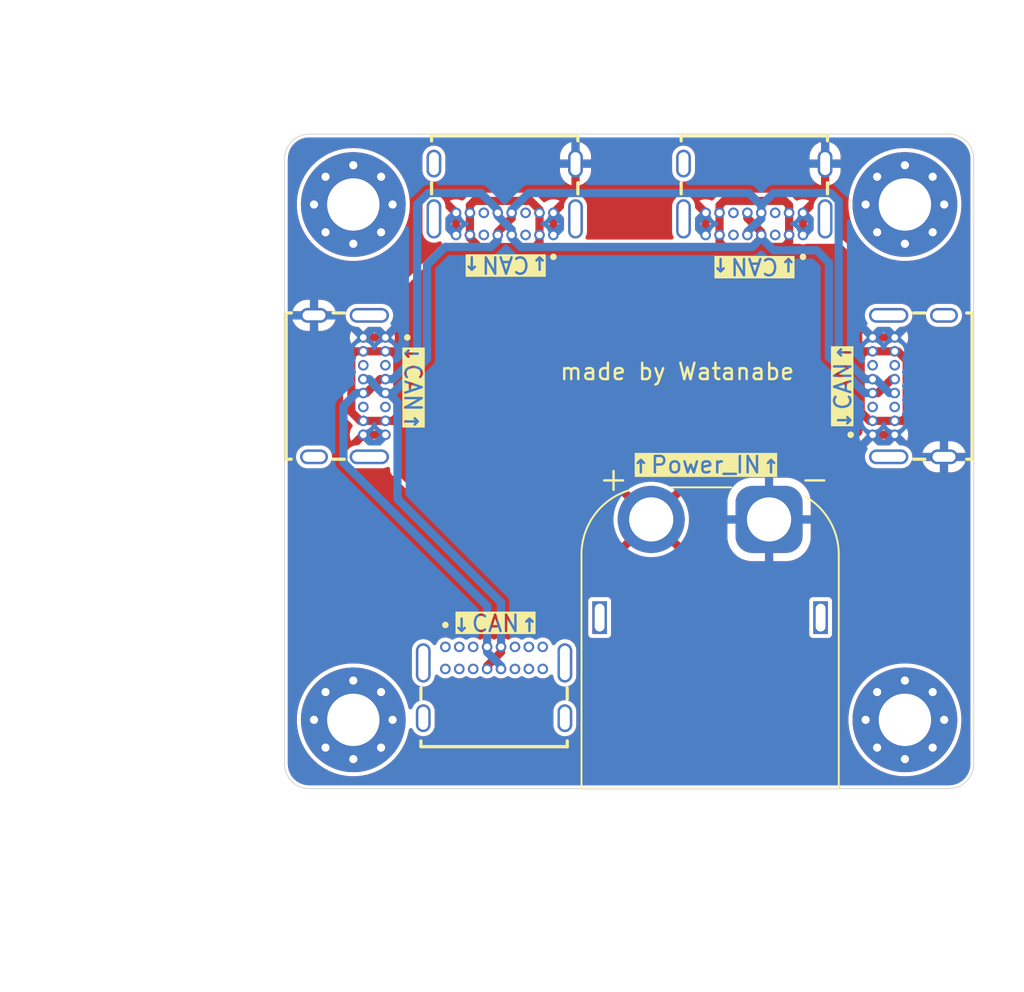
<source format=kicad_pcb>
(kicad_pcb (version 20241229) (generator "pcbnew") (generator_version "9.0")
  (layers (0 "F.Cu" signal) (2 "B.Cu" signal) (13 "F.Paste" user) (15 "B.Paste" user) (5 "F.SilkS" user "F.Silkscreen") (7 "B.SilkS" user "B.Silkscreen") (1 "F.Mask" user) (3 "B.Mask" user) (25 "Edge.Cuts" user))
  (net 0 "")
  (net 2 "+24V")
  (net 4 "GND")
  (net 24 "CAN_L")
  (net 25 "CAN_H")
  (footprint "MountingHole:MountingHole_3.2mm_M3_Pad_Via" (layer "F.Cu") (at 179.6 47.5)
    (property "Reference" "H1" (hide yes))
    (property "Value" "MountingHole_Pad" (hide yes))
    (pad "1" thru_hole circle (at -2.4 0) (size 0.8 0.8) (drill 0.5) (layers "*.Cu" "*.Mask"))
    (pad "1" thru_hole circle (at -1.697056 -1.697056) (size 0.8 0.8) (drill 0.5) (layers "*.Cu" "*.Mask"))
    (pad "1" thru_hole circle (at -1.697056 1.697056) (size 0.8 0.8) (drill 0.5) (layers "*.Cu" "*.Mask"))
    (pad "1" thru_hole circle (at 0 -2.4) (size 0.8 0.8) (drill 0.5) (layers "*.Cu" "*.Mask"))
    (pad "1" thru_hole circle (at 0 0) (size 6.4 6.4) (drill 3.2) (layers "*.Cu" "*.Mask"))
    (pad "1" thru_hole circle (at 0 2.4) (size 0.8 0.8) (drill 0.5) (layers "*.Cu" "*.Mask"))
    (pad "1" thru_hole circle (at 1.697056 -1.697056) (size 0.8 0.8) (drill 0.5) (layers "*.Cu" "*.Mask"))
    (pad "1" thru_hole circle (at 1.697056 1.697056) (size 0.8 0.8) (drill 0.5) (layers "*.Cu" "*.Mask"))
    (pad "1" thru_hole circle (at 2.4 0) (size 0.8 0.8) (drill 0.5) (layers "*.Cu" "*.Mask"))
  )
  (footprint "Connector_AMASS:AMASS_XT60PW-M_1x02_P7.20mm_Horizontal" (layer "F.Cu") (at 171.3 66.75 180)
    (property "Reference" "J6" (hide yes))
    (property "Value" "Conn_01x02_Pin" (hide yes))
    (fp_line (start 11.46 -16.46) (end 11.46 -2.15) (stroke (width 0.12)) (layer "F.SilkS"))
    (fp_line (start 2.31 1.96) (end 6.05 1.96) (stroke (width 0.12)) (layer "F.SilkS"))
    (fp_line (start -4.26 -16.46) (end 11.46 -16.46) (stroke (width 0.12)) (layer "F.SilkS"))
    (fp_line (start -4.26 -16.46) (end -4.26 -2.15) (stroke (width 0.12)) (layer "F.SilkS"))
    (fp_arc (start 11.46 -2.15) (mid 10.653852 0.294722) (end 8.551648 1.780413) (stroke (width 0.12)) (layer "F.SilkS"))
    (fp_arc (start -2.266806 1.372958) (mid -3.727162 -0.126139) (end -4.26 -2.15) (stroke (width 0.12)) (layer "F.SilkS"))
    (fp_text user "+" (at 9.5 2.5 0) (layer "F.SilkS") (effects (font (size 1.5 1.5))))
    (fp_text user "-" (at -2.8 2.5 0) (layer "F.SilkS") (effects (font (size 1.5 1.5))))
    (pad "" thru_hole rect (at -3.15 -6 180) (size 0.9 2) (drill oval 0.6 1.7) (layers "*.Cu" "*.Mask"))
    (pad "" thru_hole rect (at 10.35 -6 180) (size 0.9 2) (drill oval 0.6 1.7) (layers "*.Cu" "*.Mask"))
    (pad "1" thru_hole roundrect (at 0 0 180) (size 4.1 4.1) (drill 2.7) (layers "*.Cu" "*.Mask") (net 4 "GND"))
    (pad "2" thru_hole circle (at 7.2 0 180) (size 4.1 4.1) (drill 2.7) (layers "*.Cu" "*.Mask") (net 2 "+24V"))
  )
  (footprint "my_parts:GCT_USB4085-GF-A_REVB" (layer "F.Cu") (at 143.5 58.6 -90)
    (property "Reference" "J4" (hide yes))
    (property "Value" "USB_C_Receptacle_USB2.0_16P" (hide yes))
    (fp_line (start -4.47 1.74) (end 4.47 1.74) (stroke (width 0.2)) (layer "F.SilkS"))
    (fp_line (start 4.47 1.74) (end 4.47 1.39) (stroke (width 0.2)) (layer "F.SilkS"))
    (fp_line (start -4.47 1.39) (end -4.47 1.74) (stroke (width 0.2)) (layer "F.SilkS"))
    (fp_line (start -4.47 -1.85) (end -4.47 -1.17) (stroke (width 0.2)) (layer "F.SilkS"))
    (fp_line (start 4.47 -1.85) (end 4.47 -1.17) (stroke (width 0.2)) (layer "F.SilkS"))
    (fp_circle (center -2.975 -5.7) (end -2.875 -5.7) (stroke (width 0.2)) (fill no) (layer "F.SilkS"))
    (pad "A1" thru_hole circle (at -2.975 -4.36 270) (size 0.65 0.65) (drill 0.4) (layers "*.Cu" "*.Mask") (net 4 "GND"))
    (pad "A4" thru_hole circle (at -2.125 -4.36 270) (size 0.65 0.65) (drill 0.4) (layers "*.Cu" "*.Mask") (net 2 "+24V"))
    (pad "A5" thru_hole circle (at -1.275 -4.36 270) (size 0.65 0.65) (drill 0.4) (layers "*.Cu" "*.Mask"))
    (pad "A6" thru_hole circle (at -0.425 -4.36 270) (size 0.65 0.65) (drill 0.4) (layers "*.Cu" "*.Mask") (net 24 "CAN_L"))
    (pad "A7" thru_hole circle (at 0.425 -4.36 270) (size 0.65 0.65) (drill 0.4) (layers "*.Cu" "*.Mask") (net 25 "CAN_H"))
    (pad "A8" thru_hole circle (at 1.275 -4.36 270) (size 0.65 0.65) (drill 0.4) (layers "*.Cu" "*.Mask"))
    (pad "A9" thru_hole circle (at 2.125 -4.36 270) (size 0.65 0.65) (drill 0.4) (layers "*.Cu" "*.Mask") (net 2 "+24V"))
    (pad "A12" thru_hole circle (at 2.975 -4.36 270) (size 0.65 0.65) (drill 0.4) (layers "*.Cu" "*.Mask") (net 4 "GND"))
    (pad "B1" thru_hole circle (at 2.975 -3.01 270) (size 0.65 0.65) (drill 0.4) (layers "*.Cu" "*.Mask") (net 4 "GND"))
    (pad "B4" thru_hole circle (at 2.125 -3.01 270) (size 0.65 0.65) (drill 0.4) (layers "*.Cu" "*.Mask") (net 2 "+24V"))
    (pad "B5" thru_hole circle (at 1.275 -3.01 270) (size 0.65 0.65) (drill 0.4) (layers "*.Cu" "*.Mask"))
    (pad "B6" thru_hole circle (at 0.425 -3.01 270) (size 0.65 0.65) (drill 0.4) (layers "*.Cu" "*.Mask") (net 24 "CAN_L"))
    (pad "B7" thru_hole circle (at -0.425 -3.01 270) (size 0.65 0.65) (drill 0.4) (layers "*.Cu" "*.Mask") (net 25 "CAN_H"))
    (pad "B8" thru_hole circle (at -1.275 -3.01 270) (size 0.65 0.65) (drill 0.4) (layers "*.Cu" "*.Mask"))
    (pad "B9" thru_hole circle (at -2.125 -3.01 270) (size 0.65 0.65) (drill 0.4) (layers "*.Cu" "*.Mask") (net 2 "+24V"))
    (pad "B12" thru_hole circle (at -2.975 -3.01 270) (size 0.65 0.65) (drill 0.4) (layers "*.Cu" "*.Mask") (net 4 "GND"))
    (pad "S1" thru_hole oval (at -4.325 0 270) (size 0.9 1.7) (drill oval 0.6 1.4) (layers "*.Cu" "*.Mask") (net 4 "GND"))
    (pad "S2" thru_hole oval (at 4.325 0 270) (size 0.9 1.7) (drill oval 0.6 1.4) (layers "*.Cu" "*.Mask"))
    (pad "S3" thru_hole oval (at -4.325 -3.38 270) (size 0.9 2.4) (drill oval 0.6 2.1) (layers "*.Cu" "*.Mask"))
    (pad "S4" thru_hole oval (at 4.325 -3.38 270) (size 0.9 2.4) (drill oval 0.6 2.1) (layers "*.Cu" "*.Mask"))
  )
  (footprint "MountingHole:MountingHole_3.2mm_M3_Pad_Via" (layer "F.Cu") (at 179.6 79)
    (property "Reference" "H4" (hide yes))
    (property "Value" "MountingHole_Pad" (hide yes))
    (pad "1" thru_hole circle (at -2.4 0) (size 0.8 0.8) (drill 0.5) (layers "*.Cu" "*.Mask"))
    (pad "1" thru_hole circle (at -1.697056 -1.697056) (size 0.8 0.8) (drill 0.5) (layers "*.Cu" "*.Mask"))
    (pad "1" thru_hole circle (at -1.697056 1.697056) (size 0.8 0.8) (drill 0.5) (layers "*.Cu" "*.Mask"))
    (pad "1" thru_hole circle (at 0 -2.4) (size 0.8 0.8) (drill 0.5) (layers "*.Cu" "*.Mask"))
    (pad "1" thru_hole circle (at 0 0) (size 6.4 6.4) (drill 3.2) (layers "*.Cu" "*.Mask"))
    (pad "1" thru_hole circle (at 0 2.4) (size 0.8 0.8) (drill 0.5) (layers "*.Cu" "*.Mask"))
    (pad "1" thru_hole circle (at 1.697056 -1.697056) (size 0.8 0.8) (drill 0.5) (layers "*.Cu" "*.Mask"))
    (pad "1" thru_hole circle (at 1.697056 1.697056) (size 0.8 0.8) (drill 0.5) (layers "*.Cu" "*.Mask"))
    (pad "1" thru_hole circle (at 2.4 0) (size 0.8 0.8) (drill 0.5) (layers "*.Cu" "*.Mask"))
  )
  (footprint "MountingHole:MountingHole_3.2mm_M3_Pad_Via" (layer "F.Cu") (at 145.9 47.5)
    (property "Reference" "H2" (hide yes))
    (property "Value" "MountingHole_Pad" (hide yes))
    (pad "1" thru_hole circle (at -2.4 0) (size 0.8 0.8) (drill 0.5) (layers "*.Cu" "*.Mask"))
    (pad "1" thru_hole circle (at -1.697056 -1.697056) (size 0.8 0.8) (drill 0.5) (layers "*.Cu" "*.Mask"))
    (pad "1" thru_hole circle (at -1.697056 1.697056) (size 0.8 0.8) (drill 0.5) (layers "*.Cu" "*.Mask"))
    (pad "1" thru_hole circle (at 0 -2.4) (size 0.8 0.8) (drill 0.5) (layers "*.Cu" "*.Mask"))
    (pad "1" thru_hole circle (at 0 0) (size 6.4 6.4) (drill 3.2) (layers "*.Cu" "*.Mask"))
    (pad "1" thru_hole circle (at 0 2.4) (size 0.8 0.8) (drill 0.5) (layers "*.Cu" "*.Mask"))
    (pad "1" thru_hole circle (at 1.697056 -1.697056) (size 0.8 0.8) (drill 0.5) (layers "*.Cu" "*.Mask"))
    (pad "1" thru_hole circle (at 1.697056 1.697056) (size 0.8 0.8) (drill 0.5) (layers "*.Cu" "*.Mask"))
    (pad "1" thru_hole circle (at 2.4 0) (size 0.8 0.8) (drill 0.5) (layers "*.Cu" "*.Mask"))
  )
  (footprint "MountingHole:MountingHole_3.2mm_M3_Pad_Via" (layer "F.Cu") (at 145.9 79)
    (property "Reference" "H3" (hide yes))
    (property "Value" "MountingHole_Pad" (hide yes))
    (pad "1" thru_hole circle (at -2.4 0) (size 0.8 0.8) (drill 0.5) (layers "*.Cu" "*.Mask"))
    (pad "1" thru_hole circle (at -1.697056 -1.697056) (size 0.8 0.8) (drill 0.5) (layers "*.Cu" "*.Mask"))
    (pad "1" thru_hole circle (at -1.697056 1.697056) (size 0.8 0.8) (drill 0.5) (layers "*.Cu" "*.Mask"))
    (pad "1" thru_hole circle (at 0 -2.4) (size 0.8 0.8) (drill 0.5) (layers "*.Cu" "*.Mask"))
    (pad "1" thru_hole circle (at 0 0) (size 6.4 6.4) (drill 3.2) (layers "*.Cu" "*.Mask"))
    (pad "1" thru_hole circle (at 0 2.4) (size 0.8 0.8) (drill 0.5) (layers "*.Cu" "*.Mask"))
    (pad "1" thru_hole circle (at 1.697056 -1.697056) (size 0.8 0.8) (drill 0.5) (layers "*.Cu" "*.Mask"))
    (pad "1" thru_hole circle (at 1.697056 1.697056) (size 0.8 0.8) (drill 0.5) (layers "*.Cu" "*.Mask"))
    (pad "1" thru_hole circle (at 2.4 0) (size 0.8 0.8) (drill 0.5) (layers "*.Cu" "*.Mask"))
  )
  (footprint "my_parts:GCT_USB4085-GF-A_REVB" (layer "F.Cu") (at 181.9875 58.6 90)
    (property "Reference" "J3" (hide yes))
    (property "Value" "USB_C_Receptacle_USB2.0_16P" (hide yes))
    (fp_line (start 4.47 -1.85) (end 4.47 -1.17) (stroke (width 0.2)) (layer "F.SilkS"))
    (fp_line (start -4.47 -1.85) (end -4.47 -1.17) (stroke (width 0.2)) (layer "F.SilkS"))
    (fp_line (start -4.47 1.39) (end -4.47 1.74) (stroke (width 0.2)) (layer "F.SilkS"))
    (fp_line (start 4.47 1.74) (end 4.47 1.39) (stroke (width 0.2)) (layer "F.SilkS"))
    (fp_line (start -4.47 1.74) (end 4.47 1.74) (stroke (width 0.2)) (layer "F.SilkS"))
    (fp_circle (center -2.975 -5.7) (end -2.875 -5.7) (stroke (width 0.2)) (fill no) (layer "F.SilkS"))
    (pad "A1" thru_hole circle (at -2.975 -4.36 90) (size 0.65 0.65) (drill 0.4) (layers "*.Cu" "*.Mask") (net 4 "GND"))
    (pad "A4" thru_hole circle (at -2.125 -4.36 90) (size 0.65 0.65) (drill 0.4) (layers "*.Cu" "*.Mask") (net 2 "+24V"))
    (pad "A5" thru_hole circle (at -1.275 -4.36 90) (size 0.65 0.65) (drill 0.4) (layers "*.Cu" "*.Mask"))
    (pad "A6" thru_hole circle (at -0.425 -4.36 90) (size 0.65 0.65) (drill 0.4) (layers "*.Cu" "*.Mask") (net 24 "CAN_L"))
    (pad "A7" thru_hole circle (at 0.425 -4.36 90) (size 0.65 0.65) (drill 0.4) (layers "*.Cu" "*.Mask") (net 25 "CAN_H"))
    (pad "A8" thru_hole circle (at 1.275 -4.36 90) (size 0.65 0.65) (drill 0.4) (layers "*.Cu" "*.Mask"))
    (pad "A9" thru_hole circle (at 2.125 -4.36 90) (size 0.65 0.65) (drill 0.4) (layers "*.Cu" "*.Mask") (net 2 "+24V"))
    (pad "A12" thru_hole circle (at 2.975 -4.36 90) (size 0.65 0.65) (drill 0.4) (layers "*.Cu" "*.Mask") (net 4 "GND"))
    (pad "B1" thru_hole circle (at 2.975 -3.01 90) (size 0.65 0.65) (drill 0.4) (layers "*.Cu" "*.Mask") (net 4 "GND"))
    (pad "B4" thru_hole circle (at 2.125 -3.01 90) (size 0.65 0.65) (drill 0.4) (layers "*.Cu" "*.Mask") (net 2 "+24V"))
    (pad "B5" thru_hole circle (at 1.275 -3.01 90) (size 0.65 0.65) (drill 0.4) (layers "*.Cu" "*.Mask"))
    (pad "B6" thru_hole circle (at 0.425 -3.01 90) (size 0.65 0.65) (drill 0.4) (layers "*.Cu" "*.Mask") (net 24 "CAN_L"))
    (pad "B7" thru_hole circle (at -0.425 -3.01 90) (size 0.65 0.65) (drill 0.4) (layers "*.Cu" "*.Mask") (net 25 "CAN_H"))
    (pad "B8" thru_hole circle (at -1.275 -3.01 90) (size 0.65 0.65) (drill 0.4) (layers "*.Cu" "*.Mask"))
    (pad "B9" thru_hole circle (at -2.125 -3.01 90) (size 0.65 0.65) (drill 0.4) (layers "*.Cu" "*.Mask") (net 2 "+24V"))
    (pad "B12" thru_hole circle (at -2.975 -3.01 90) (size 0.65 0.65) (drill 0.4) (layers "*.Cu" "*.Mask") (net 4 "GND"))
    (pad "S1" thru_hole oval (at -4.325 0 90) (size 0.9 1.7) (drill oval 0.6 1.4) (layers "*.Cu" "*.Mask") (net 4 "GND"))
    (pad "S2" thru_hole oval (at 4.325 0 90) (size 0.9 1.7) (drill oval 0.6 1.4) (layers "*.Cu" "*.Mask"))
    (pad "S3" thru_hole oval (at -4.325 -3.38 90) (size 0.9 2.4) (drill oval 0.6 2.1) (layers "*.Cu" "*.Mask"))
    (pad "S4" thru_hole oval (at 4.325 -3.38 90) (size 0.9 2.4) (drill oval 0.6 2.1) (layers "*.Cu" "*.Mask"))
  )
  (footprint "my_parts:GCT_USB4085-GF-A_REVB" (layer "F.Cu") (at 154.5 78.9)
    (property "Reference" "J5" (hide yes))
    (property "Value" "USB_C_Receptacle_USB2.0_16P" (hide yes))
    (fp_line (start -4.47 -1.85) (end -4.47 -1.17) (stroke (width 0.2)) (layer "F.SilkS"))
    (fp_line (start -4.47 1.39) (end -4.47 1.74) (stroke (width 0.2)) (layer "F.SilkS"))
    (fp_line (start -4.47 1.74) (end 4.47 1.74) (stroke (width 0.2)) (layer "F.SilkS"))
    (fp_line (start 4.47 -1.85) (end 4.47 -1.17) (stroke (width 0.2)) (layer "F.SilkS"))
    (fp_line (start 4.47 1.74) (end 4.47 1.39) (stroke (width 0.2)) (layer "F.SilkS"))
    (fp_circle (center -2.975 -5.7) (end -2.875 -5.7) (stroke (width 0.2)) (fill no) (layer "F.SilkS"))
    (pad "A1" thru_hole circle (at -2.975 -4.36) (size 0.65 0.65) (drill 0.4) (layers "*.Cu" "*.Mask"))
    (pad "A4" thru_hole circle (at -2.125 -4.36) (size 0.65 0.65) (drill 0.4) (layers "*.Cu" "*.Mask"))
    (pad "A5" thru_hole circle (at -1.275 -4.36) (size 0.65 0.65) (drill 0.4) (layers "*.Cu" "*.Mask"))
    (pad "A6" thru_hole circle (at -0.425 -4.36) (size 0.65 0.65) (drill 0.4) (layers "*.Cu" "*.Mask") (net 24 "CAN_L"))
    (pad "A7" thru_hole circle (at 0.425 -4.36) (size 0.65 0.65) (drill 0.4) (layers "*.Cu" "*.Mask") (net 25 "CAN_H"))
    (pad "A8" thru_hole circle (at 1.275 -4.36) (size 0.65 0.65) (drill 0.4) (layers "*.Cu" "*.Mask"))
    (pad "A9" thru_hole circle (at 2.125 -4.36) (size 0.65 0.65) (drill 0.4) (layers "*.Cu" "*.Mask"))
    (pad "A12" thru_hole circle (at 2.975 -4.36) (size 0.65 0.65) (drill 0.4) (layers "*.Cu" "*.Mask"))
    (pad "B1" thru_hole circle (at 2.975 -3.01) (size 0.65 0.65) (drill 0.4) (layers "*.Cu" "*.Mask"))
    (pad "B4" thru_hole circle (at 2.125 -3.01) (size 0.65 0.65) (drill 0.4) (layers "*.Cu" "*.Mask"))
    (pad "B5" thru_hole circle (at 1.275 -3.01) (size 0.65 0.65) (drill 0.4) (layers "*.Cu" "*.Mask"))
    (pad "B6" thru_hole circle (at 0.425 -3.01) (size 0.65 0.65) (drill 0.4) (layers "*.Cu" "*.Mask") (net 24 "CAN_L"))
    (pad "B7" thru_hole circle (at -0.425 -3.01) (size 0.65 0.65) (drill 0.4) (layers "*.Cu" "*.Mask") (net 25 "CAN_H"))
    (pad "B8" thru_hole circle (at -1.275 -3.01) (size 0.65 0.65) (drill 0.4) (layers "*.Cu" "*.Mask"))
    (pad "B9" thru_hole circle (at -2.125 -3.01) (size 0.65 0.65) (drill 0.4) (layers "*.Cu" "*.Mask"))
    (pad "B12" thru_hole circle (at -2.975 -3.01) (size 0.65 0.65) (drill 0.4) (layers "*.Cu" "*.Mask"))
    (pad "S1" thru_hole oval (at -4.325 0) (size 0.9 1.7) (drill oval 0.6 1.4) (layers "*.Cu" "*.Mask"))
    (pad "S2" thru_hole oval (at 4.325 0) (size 0.9 1.7) (drill oval 0.6 1.4) (layers "*.Cu" "*.Mask"))
    (pad "S3" thru_hole oval (at -4.325 -3.38) (size 0.9 2.4) (drill oval 0.6 2.1) (layers "*.Cu" "*.Mask"))
    (pad "S4" thru_hole oval (at 4.325 -3.38) (size 0.9 2.4) (drill oval 0.6 2.1) (layers "*.Cu" "*.Mask"))
  )
  (footprint "my_parts:GCT_USB4085-GF-A_REVB" (layer "F.Cu") (at 170.4 45 180)
    (property "Reference" "J2" (hide yes))
    (property "Value" "USB_C_Receptacle_USB2.0_16P" (hide yes))
    (fp_line (start 4.47 1.74) (end 4.47 1.39) (stroke (width 0.2)) (layer "F.SilkS"))
    (fp_line (start 4.47 -1.85) (end 4.47 -1.17) (stroke (width 0.2)) (layer "F.SilkS"))
    (fp_line (start -4.47 1.74) (end 4.47 1.74) (stroke (width 0.2)) (layer "F.SilkS"))
    (fp_line (start -4.47 1.39) (end -4.47 1.74) (stroke (width 0.2)) (layer "F.SilkS"))
    (fp_line (start -4.47 -1.85) (end -4.47 -1.17) (stroke (width 0.2)) (layer "F.SilkS"))
    (fp_circle (center -2.975 -5.7) (end -2.875 -5.7) (stroke (width 0.2)) (fill no) (layer "F.SilkS"))
    (pad "A1" thru_hole circle (at -2.975 -4.36 180) (size 0.65 0.65) (drill 0.4) (layers "*.Cu" "*.Mask") (net 4 "GND"))
    (pad "A4" thru_hole circle (at -2.125 -4.36 180) (size 0.65 0.65) (drill 0.4) (layers "*.Cu" "*.Mask") (net 2 "+24V"))
    (pad "A5" thru_hole circle (at -1.275 -4.36 180) (size 0.65 0.65) (drill 0.4) (layers "*.Cu" "*.Mask"))
    (pad "A6" thru_hole circle (at -0.425 -4.36 180) (size 0.65 0.65) (drill 0.4) (layers "*.Cu" "*.Mask") (net 24 "CAN_L"))
    (pad "A7" thru_hole circle (at 0.425 -4.36 180) (size 0.65 0.65) (drill 0.4) (layers "*.Cu" "*.Mask") (net 25 "CAN_H"))
    (pad "A8" thru_hole circle (at 1.275 -4.36 180) (size 0.65 0.65) (drill 0.4) (layers "*.Cu" "*.Mask"))
    (pad "A9" thru_hole circle (at 2.125 -4.36 180) (size 0.65 0.65) (drill 0.4) (layers "*.Cu" "*.Mask") (net 2 "+24V"))
    (pad "A12" thru_hole circle (at 2.975 -4.36 180) (size 0.65 0.65) (drill 0.4) (layers "*.Cu" "*.Mask") (net 4 "GND"))
    (pad "B1" thru_hole circle (at 2.975 -3.01 180) (size 0.65 0.65) (drill 0.4) (layers "*.Cu" "*.Mask") (net 4 "GND"))
    (pad "B4" thru_hole circle (at 2.125 -3.01 180) (size 0.65 0.65) (drill 0.4) (layers "*.Cu" "*.Mask") (net 2 "+24V"))
    (pad "B5" thru_hole circle (at 1.275 -3.01 180) (size 0.65 0.65) (drill 0.4) (layers "*.Cu" "*.Mask"))
    (pad "B6" thru_hole circle (at 0.425 -3.01 180) (size 0.65 0.65) (drill 0.4) (layers "*.Cu" "*.Mask") (net 24 "CAN_L"))
    (pad "B7" thru_hole circle (at -0.425 -3.01 180) (size 0.65 0.65) (drill 0.4) (layers "*.Cu" "*.Mask") (net 25 "CAN_H"))
    (pad "B8" thru_hole circle (at -1.275 -3.01 180) (size 0.65 0.65) (drill 0.4) (layers "*.Cu" "*.Mask"))
    (pad "B9" thru_hole circle (at -2.125 -3.01 180) (size 0.65 0.65) (drill 0.4) (layers "*.Cu" "*.Mask") (net 2 "+24V"))
    (pad "B12" thru_hole circle (at -2.975 -3.01 180) (size 0.65 0.65) (drill 0.4) (layers "*.Cu" "*.Mask") (net 4 "GND"))
    (pad "S1" thru_hole oval (at -4.325 0 180) (size 0.9 1.7) (drill oval 0.6 1.4) (layers "*.Cu" "*.Mask") (net 4 "GND"))
    (pad "S2" thru_hole oval (at 4.325 0 180) (size 0.9 1.7) (drill oval 0.6 1.4) (layers "*.Cu" "*.Mask"))
    (pad "S3" thru_hole oval (at -4.325 -3.38 180) (size 0.9 2.4) (drill oval 0.6 2.1) (layers "*.Cu" "*.Mask"))
    (pad "S4" thru_hole oval (at 4.325 -3.38 180) (size 0.9 2.4) (drill oval 0.6 2.1) (layers "*.Cu" "*.Mask"))
  )
  (footprint "my_parts:GCT_USB4085-GF-A_REVB" (layer "F.Cu") (at 155.15 45 180)
    (property "Reference" "J1" (hide yes))
    (property "Value" "USB_C_Receptacle_USB2.0_16P" (hide yes))
    (fp_line (start 4.47 1.74) (end 4.47 1.39) (stroke (width 0.2)) (layer "F.SilkS"))
    (fp_line (start 4.47 -1.85) (end 4.47 -1.17) (stroke (width 0.2)) (layer "F.SilkS"))
    (fp_line (start -4.47 1.74) (end 4.47 1.74) (stroke (width 0.2)) (layer "F.SilkS"))
    (fp_line (start -4.47 1.39) (end -4.47 1.74) (stroke (width 0.2)) (layer "F.SilkS"))
    (fp_line (start -4.47 -1.85) (end -4.47 -1.17) (stroke (width 0.2)) (layer "F.SilkS"))
    (fp_circle (center -2.975 -5.7) (end -2.875 -5.7) (stroke (width 0.2)) (fill no) (layer "F.SilkS"))
    (pad "A1" thru_hole circle (at -2.975 -4.36 180) (size 0.65 0.65) (drill 0.4) (layers "*.Cu" "*.Mask") (net 4 "GND"))
    (pad "A4" thru_hole circle (at -2.125 -4.36 180) (size 0.65 0.65) (drill 0.4) (layers "*.Cu" "*.Mask") (net 2 "+24V"))
    (pad "A5" thru_hole circle (at -1.275 -4.36 180) (size 0.65 0.65) (drill 0.4) (layers "*.Cu" "*.Mask"))
    (pad "A6" thru_hole circle (at -0.425 -4.36 180) (size 0.65 0.65) (drill 0.4) (layers "*.Cu" "*.Mask") (net 24 "CAN_L"))
    (pad "A7" thru_hole circle (at 0.425 -4.36 180) (size 0.65 0.65) (drill 0.4) (layers "*.Cu" "*.Mask") (net 25 "CAN_H"))
    (pad "A8" thru_hole circle (at 1.275 -4.36 180) (size 0.65 0.65) (drill 0.4) (layers "*.Cu" "*.Mask"))
    (pad "A9" thru_hole circle (at 2.125 -4.36 180) (size 0.65 0.65) (drill 0.4) (layers "*.Cu" "*.Mask") (net 2 "+24V"))
    (pad "A12" thru_hole circle (at 2.975 -4.36 180) (size 0.65 0.65) (drill 0.4) (layers "*.Cu" "*.Mask") (net 4 "GND"))
    (pad "B1" thru_hole circle (at 2.975 -3.01 180) (size 0.65 0.65) (drill 0.4) (layers "*.Cu" "*.Mask") (net 4 "GND"))
    (pad "B4" thru_hole circle (at 2.125 -3.01 180) (size 0.65 0.65) (drill 0.4) (layers "*.Cu" "*.Mask") (net 2 "+24V"))
    (pad "B5" thru_hole circle (at 1.275 -3.01 180) (size 0.65 0.65) (drill 0.4) (layers "*.Cu" "*.Mask"))
    (pad "B6" thru_hole circle (at 0.425 -3.01 180) (size 0.65 0.65) (drill 0.4) (layers "*.Cu" "*.Mask") (net 24 "CAN_L"))
    (pad "B7" thru_hole circle (at -0.425 -3.01 180) (size 0.65 0.65) (drill 0.4) (layers "*.Cu" "*.Mask") (net 25 "CAN_H"))
    (pad "B8" thru_hole circle (at -1.275 -3.01 180) (size 0.65 0.65) (drill 0.4) (layers "*.Cu" "*.Mask"))
    (pad "B9" thru_hole circle (at -2.125 -3.01 180) (size 0.65 0.65) (drill 0.4) (layers "*.Cu" "*.Mask") (net 2 "+24V"))
    (pad "B12" thru_hole circle (at -2.975 -3.01 180) (size 0.65 0.65) (drill 0.4) (layers "*.Cu" "*.Mask") (net 4 "GND"))
    (pad "S1" thru_hole oval (at -4.325 0 180) (size 0.9 1.7) (drill oval 0.6 1.4) (layers "*.Cu" "*.Mask") (net 4 "GND"))
    (pad "S2" thru_hole oval (at 4.325 0 180) (size 0.9 1.7) (drill oval 0.6 1.4) (layers "*.Cu" "*.Mask"))
    (pad "S3" thru_hole oval (at -4.325 -3.38 180) (size 0.9 2.4) (drill oval 0.6 2.1) (layers "*.Cu" "*.Mask"))
    (pad "S4" thru_hole oval (at 4.325 -3.38 180) (size 0.9 2.4) (drill oval 0.6 2.1) (layers "*.Cu" "*.Mask"))
  )
  (gr_arc (start 141.702678 44.7) (mid 142.140286 43.642181) (end 143.19732 43.20268) (stroke (width 0.05)) (layer "Edge.Cuts"))
  (gr_line (start 182.3 83.2) (end 143.2 83.2) (stroke (width 0.05)) (layer "Edge.Cuts"))
  (gr_arc (start 183.8 81.7) (mid 183.36066 82.76066) (end 182.3 83.2) (stroke (width 0.05)) (layer "Edge.Cuts"))
  (gr_line (start 141.7 81.7) (end 141.7 44.7) (stroke (width 0.05)) (layer "Edge.Cuts"))
  (gr_arc (start 182.3 43.2) (mid 183.36066 43.63934) (end 183.8 44.7) (stroke (width 0.05)) (layer "Edge.Cuts"))
  (gr_arc (start 143.2 83.2) (mid 142.13934 82.76066) (end 141.7 81.7) (stroke (width 0.05)) (layer "Edge.Cuts"))
  (gr_line (start 143.2 43.2) (end 182.3 43.2) (stroke (width 0.05)) (layer "Edge.Cuts"))
  (gr_line (start 183.8 44.7) (end 183.8 81.7) (stroke (width 0.05)) (layer "Edge.Cuts"))
  (gr_text "↓CAN↑" (at 148.95 55.9 270) (layer "F.SilkS" knockout) (effects (font (size 1 1)) (justify left bottom)))
  (gr_text "↓CAN↑" (at 151.8 73.7 0) (layer "F.SilkS" knockout) (effects (font (size 1 1)) (justify left bottom)))
  (gr_text "↓CAN↑" (at 158 50.6 180) (layer "F.SilkS" knockout) (effects (font (size 1 1)) (justify left bottom)))
  (gr_text "↓CAN↑" (at 173.2 50.7 180) (layer "F.SilkS" knockout) (effects (font (size 1 1)) (justify left bottom)))
  (gr_text "made by Watanabe" (at 158.45 58.3 0) (layer "F.SilkS") (effects (font (size 1 1)) (justify left bottom)))
  (gr_text "↓CAN↑" (at 176.4 61.4 90) (layer "F.SilkS" knockout) (effects (font (size 1 1)) (justify left bottom)))
  (gr_text "↑Power_IN↑" (at 162.75 64 0) (layer "F.SilkS" knockout) (effects (font (size 1 1)) (justify left bottom)))
  (segment (start 148.319619 60.725) (end 148.59 60.454619) (width 0.5) (layer "F.Cu") (net 2))
  (segment (start 168.275 49.36) (end 168.275 48.01) (width 0.5) (layer "F.Cu") (net 2))
  (segment (start 145.78 60.177376) (end 146.327624 60.725) (width 0.5) (layer "F.Cu") (net 2))
  (segment (start 157.275 49.36) (end 157.275 49.819619) (width 0.5) (layer "F.Cu") (net 2))
  (segment (start 168.545381 47.28) (end 172.254619 47.28) (width 0.5) (layer "F.Cu") (net 2))
  (segment (start 157.275 47.827624) (end 157.275 48.01) (width 0.5) (layer "F.Cu") (net 2))
  (segment (start 156.994619 50.1) (end 153.582624 50.1) (width 0.5) (layer "F.Cu") (net 2))
  (segment (start 179.437119 60.725) (end 179.7075 60.454619) (width 0.5) (layer "F.Cu") (net 2))
  (segment (start 177.445124 60.725) (end 177.6275 60.725) (width 0.5) (layer "F.Cu") (net 2))
  (segment (start 157.275 48.01) (end 157.275 49.36) (width 0.5) (layer "F.Cu") (net 2))
  (segment (start 168.545381 50.09) (end 172.21 50.09) (width 0.5) (layer "F.Cu") (net 2))
  (segment (start 172.525 48.01) (end 172.525 49.36) (width 0.5) (layer "F.Cu") (net 2))
  (segment (start 168.275 49.36) (end 168.275 49.819619) (width 0.5) (layer "F.Cu") (net 2))
  (segment (start 146.51 56.475) (end 146.050381 56.475) (width 0.5) (layer "F.Cu") (net 2))
  (segment (start 179.159876 56.475) (end 178.9775 56.475) (width 0.5) (layer "F.Cu") (net 2))
  (segment (start 176.8975 60.177376) (end 177.445124 60.725) (width 0.5) (layer "F.Cu") (net 2))
  (segment (start 156.727376 47.28) (end 157.275 47.827624) (width 0.5) (layer "F.Cu") (net 2))
  (segment (start 147.86 56.475) (end 146.51 56.475) (width 0.5) (layer "F.Cu") (net 2))
  (segment (start 168.275 47.550381) (end 168.545381 47.28) (width 0.5) (layer "F.Cu") (net 2))
  (segment (start 153.025 48.01) (end 153.025 49.36) (width 0.5) (layer "F.Cu") (net 2))
  (segment (start 177.6275 56.475) (end 178.9775 56.475) (width 0.5) (layer "F.Cu") (net 2))
  (segment (start 172.525 47.550381) (end 172.525 48.01) (width 0.5) (layer "F.Cu") (net 2))
  (segment (start 178.9775 60.725) (end 179.437119 60.725) (width 0.5) (layer "F.Cu") (net 2))
  (segment (start 153.025 47.550381) (end 153.295381 47.28) (width 0.5) (layer "F.Cu") (net 2))
  (segment (start 147.86 60.725) (end 148.319619 60.725) (width 0.5) (layer "F.Cu") (net 2))
  (segment (start 148.59 60.454619) (end 148.59 56.79) (width 0.5) (layer "F.Cu") (net 2))
  (segment (start 177.6275 56.475) (end 177.167881 56.475) (width 0.5) (layer "F.Cu") (net 2))
  (segment (start 153.295381 47.28) (end 156.727376 47.28) (width 0.5) (layer "F.Cu") (net 2))
  (segment (start 145.78 56.745381) (end 145.78 60.177376) (width 0.5) (layer "F.Cu") (net 2))
  (segment (start 146.51 60.725) (end 147.86 60.725) (width 0.5) (layer "F.Cu") (net 2))
  (segment (start 177.6275 60.725) (end 178.9775 60.725) (width 0.5) (layer "F.Cu") (net 2))
  (segment (start 153.025 48.01) (end 153.025 47.550381) (width 0.5) (layer "F.Cu") (net 2))
  (segment (start 172.254619 47.28) (end 172.525 47.550381) (width 0.5) (layer "F.Cu") (net 2))
  (segment (start 179.7075 57.022624) (end 179.159876 56.475) (width 0.5) (layer "F.Cu") (net 2))
  (segment (start 148.59 56.79) (end 148.275 56.475) (width 0.5) (layer "F.Cu") (net 2))
  (segment (start 153.025 49.542376) (end 153.025 49.36) (width 0.5) (layer "F.Cu") (net 2))
  (segment (start 168.275 49.819619) (end 168.545381 50.09) (width 0.5) (layer "F.Cu") (net 2))
  (segment (start 179.7075 60.454619) (end 179.7075 57.022624) (width 0.5) (layer "F.Cu") (net 2))
  (segment (start 172.525 49.775) (end 172.525 49.36) (width 0.5) (layer "F.Cu") (net 2))
  (segment (start 153.582624 50.1) (end 153.025 49.542376) (width 0.5) (layer "F.Cu") (net 2))
  (segment (start 172.21 50.09) (end 172.525 49.775) (width 0.5) (layer "F.Cu") (net 2))
  (segment (start 146.050381 56.475) (end 145.78 56.745381) (width 0.5) (layer "F.Cu") (net 2))
  (segment (start 157.275 49.819619) (end 156.994619 50.1) (width 0.5) (layer "F.Cu") (net 2))
  (segment (start 177.167881 56.475) (end 176.8975 56.745381) (width 0.5) (layer "F.Cu") (net 2))
  (segment (start 168.275 48.01) (end 168.275 47.550381) (width 0.5) (layer "F.Cu") (net 2))
  (segment (start 146.327624 60.725) (end 146.51 60.725) (width 0.5) (layer "F.Cu") (net 2))
  (segment (start 148.275 56.475) (end 147.86 56.475) (width 0.5) (layer "F.Cu") (net 2))
  (segment (start 176.8975 56.745381) (end 176.8975 60.177376) (width 0.5) (layer "F.Cu") (net 2))
  (segment (start 177.6275 61.575) (end 178.9775 61.575) (width 0.5) (layer "F.Cu") (net 4))
  (segment (start 173.375 48.01) (end 173.375 49.36) (width 0.5) (layer "F.Cu") (net 4))
  (segment (start 146.51 55.625) (end 147.86 55.625) (width 0.5) (layer "F.Cu") (net 4))
  (segment (start 152.175 48.01) (end 152.175 49.36) (width 0.5) (layer "F.Cu") (net 4))
  (segment (start 158.125 48.01) (end 158.125 49.36) (width 0.5) (layer "F.Cu") (net 4))
  (segment (start 167.425 48.01) (end 167.425 49.36) (width 0.5) (layer "F.Cu") (net 4))
  (segment (start 177.6275 55.625) (end 178.9775 55.625) (width 0.5) (layer "F.Cu") (net 4))
  (segment (start 146.51 61.575) (end 147.86 61.575) (width 0.5) (layer "F.Cu") (net 4))
  (segment (start 170.825 49.36) (end 170.825 49.177624) (width 0.5) (layer "F.Cu") (net 24))
  (segment (start 170.825 49.177624) (end 169.975 48.327624) (width 0.5) (layer "F.Cu") (net 24))
  (segment (start 177.945124 59.025) (end 177.6275 59.025) (width 0.5) (layer "F.Cu") (net 24))
  (segment (start 178.795124 58.175) (end 177.945124 59.025) (width 0.5) (layer "F.Cu") (net 24))
  (segment (start 169.975 48.327624) (end 169.975 48.01) (width 0.5) (layer "F.Cu") (net 24))
  (segment (start 147.542376 58.175) (end 147.86 58.175) (width 0.5) (layer "F.Cu") (net 24))
  (segment (start 146.692376 59.025) (end 147.542376 58.175) (width 0.5) (layer "F.Cu") (net 24))
  (segment (start 146.51 59.025) (end 146.692376 59.025) (width 0.5) (layer "F.Cu") (net 24))
  (segment (start 178.9775 58.175) (end 178.795124 58.175) (width 0.5) (layer "F.Cu") (net 24))
  (segment (start 170.825 49.542376) (end 170.825 49.36) (width 0.5) (layer "B.Cu") (net 24))
  (segment (start 170.277376 50.09) (end 170.825 49.542376) (width 0.5) (layer "B.Cu") (net 24))
  (segment (start 174.955 56.810647) (end 174.955 51.055) (width 0.5) (layer "B.Cu") (net 24))
  (segment (start 177.6275 59.025) (end 177.169353 59.025) (width 0.5) (layer "B.Cu") (net 24))
  (segment (start 154.725 48.192376) (end 154.725 48.01) (width 0.5) (layer "B.Cu") (net 24))
  (segment (start 154.075 74.54) (end 154.075 72.043797) (width 0.5) (layer "B.Cu") (net 24))
  (segment (start 154.725 47.827624) (end 154.725 48.01) (width 0.5) (layer "B.Cu") (net 24))
  (segment (start 171.582624 50.3) (end 170.825 49.542376) (width 0.5) (layer "B.Cu") (net 24))
  (segment (start 154.075 72.043797) (end 145.3 63.268797) (width 0.5) (layer "B.Cu") (net 24))
  (segment (start 149.8 47.481203) (end 150.481203 46.8) (width 0.5) (layer "B.Cu") (net 24))
  (segment (start 153.697376 46.8) (end 154.725 47.827624) (width 0.5) (layer "B.Cu") (net 24))
  (segment (start 148.321091 58.175) (end 149.8 56.696091) (width 0.5) (layer "B.Cu") (net 24))
  (segment (start 154.075 74.857624) (end 154.075 74.54) (width 0.5) (layer "B.Cu") (net 24))
  (segment (start 150.481203 46.8) (end 153.697376 46.8) (width 0.5) (layer "B.Cu") (net 24))
  (segment (start 149.8 56.696091) (end 149.8 47.481203) (width 0.5) (layer "B.Cu") (net 24))
  (segment (start 155.575 49.36) (end 155.575 49.542376) (width 0.5) (layer "B.Cu") (net 24))
  (segment (start 174.2 50.3) (end 171.582624 50.3) (width 0.5) (layer "B.Cu") (net 24))
  (segment (start 154.925 75.89) (end 154.925 75.707624) (width 0.5) (layer "B.Cu") (net 24))
  (segment (start 177.169353 59.025) (end 174.955 56.810647) (width 0.5) (layer "B.Cu") (net 24))
  (segment (start 145.3 63.268797) (end 145.3 59.812624) (width 0.5) (layer "B.Cu") (net 24))
  (segment (start 147.86 58.175) (end 148.321091 58.175) (width 0.5) (layer "B.Cu") (net 24))
  (segment (start 155.575 49.36) (end 155.575 49.042376) (width 0.5) (layer "B.Cu") (net 24))
  (segment (start 174.955 51.055) (end 174.2 50.3) (width 0.5) (layer "B.Cu") (net 24))
  (segment (start 155.575 49.542376) (end 156.122624 50.09) (width 0.5) (layer "B.Cu") (net 24))
  (segment (start 154.925 75.707624) (end 154.075 74.857624) (width 0.5) (layer "B.Cu") (net 24))
  (segment (start 155.575 49.042376) (end 154.725 48.192376) (width 0.5) (layer "B.Cu") (net 24))
  (segment (start 156.122624 50.09) (end 170.277376 50.09) (width 0.5) (layer "B.Cu") (net 24))
  (segment (start 146.087624 59.025) (end 146.51 59.025) (width 0.5) (layer "B.Cu") (net 24))
  (segment (start 145.3 59.812624) (end 146.087624 59.025) (width 0.5) (layer "B.Cu") (net 24))
  (segment (start 154.925 74.857624) (end 154.925 74.54) (width 0.5) (layer "F.Cu") (net 25))
  (segment (start 154.725 49.177624) (end 155.575 48.327624) (width 0.5) (layer "F.Cu") (net 25))
  (segment (start 155.575 48.327624) (end 155.575 48.01) (width 0.5) (layer "F.Cu") (net 25))
  (segment (start 154.725 49.36) (end 154.725 49.177624) (width 0.5) (layer "F.Cu") (net 25))
  (segment (start 154.075 75.707624) (end 154.925 74.857624) (width 0.5) (layer "F.Cu") (net 25))
  (segment (start 154.075 75.89) (end 154.075 75.707624) (width 0.5) (layer "F.Cu") (net 25))
  (segment (start 150.4 56.944619) (end 148.319619 59.025) (width 0.5) (layer "B.Cu") (net 25))
  (segment (start 171.575381 46.8) (end 170.825 47.550381) (width 0.5) (layer "B.Cu") (net 25))
  (segment (start 154.31 50.09) (end 151.51 50.09) (width 0.5) (layer "B.Cu") (net 25))
  (segment (start 148.6 59.582624) (end 148.042376 59.025) (width 0.5) (layer "B.Cu") (net 25))
  (segment (start 147.86 59.025) (end 148.042376 59.025) (width 0.5) (layer "B.Cu") (net 25))
  (segment (start 175.068797 46.8) (end 171.575381 46.8) (width 0.5) (layer "B.Cu") (net 25))
  (segment (start 146.51 58.175) (end 146.875 58.175) (width 0.5) (layer "B.Cu") (net 25))
  (segment (start 170.825 48.01) (end 170.825 48.375) (width 0.5) (layer "B.Cu") (net 25))
  (segment (start 170.074619 46.8) (end 170.825 47.550381) (width 0.5) (layer "B.Cu") (net 25))
  (segment (start 177.809876 58.175) (end 178.659876 59.025) (width 0.5) (layer "B.Cu") (net 25))
  (segment (start 177.167881 58.175) (end 175.555 56.562119) (width 0.5) (layer "B.Cu") (net 25))
  (segment (start 146.875 58.175) (end 147.13 58.43) (width 0.5) (layer "B.Cu") (net 25))
  (segment (start 154.725 49.675) (end 154.31 50.09) (width 0.5) (layer "B.Cu") (net 25))
  (segment (start 151.51 50.09) (end 150.4 51.2) (width 0.5) (layer "B.Cu") (net 25))
  (segment (start 175.555 56.562119) (end 175.555 47.286203) (width 0.5) (layer "B.Cu") (net 25))
  (segment (start 178.659876 59.025) (end 178.9775 59.025) (width 0.5) (layer "B.Cu") (net 25))
  (segment (start 170.825 48.01) (end 170.825 47.550381) (width 0.5) (layer "B.Cu") (net 25))
  (segment (start 147.13 58.43) (end 147.13 58.477376) (width 0.5) (layer "B.Cu") (net 25))
  (segment (start 177.6275 58.175) (end 177.167881 58.175) (width 0.5) (layer "B.Cu") (net 25))
  (segment (start 156.602624 46.8) (end 170.074619 46.8) (width 0.5) (layer "B.Cu") (net 25))
  (segment (start 155.575 48.01) (end 155.575 47.827624) (width 0.5) (layer "B.Cu") (net 25))
  (segment (start 148.319619 59.025) (end 147.86 59.025) (width 0.5) (layer "B.Cu") (net 25))
  (segment (start 148.6 65.5) (end 148.6 59.582624) (width 0.5) (layer "B.Cu") (net 25))
  (segment (start 170.522624 48.63) (end 169.975 49.177624) (width 0.5) (layer "B.Cu") (net 25))
  (segment (start 154.725 49.36) (end 154.725 49.675) (width 0.5) (layer "B.Cu") (net 25))
  (segment (start 147.677624 59.025) (end 147.86 59.025) (width 0.5) (layer "B.Cu") (net 25))
  (segment (start 175.555 47.286203) (end 175.068797 46.8) (width 0.5) (layer "B.Cu") (net 25))
  (segment (start 147.13 58.477376) (end 147.677624 59.025) (width 0.5) (layer "B.Cu") (net 25))
  (segment (start 169.975 49.177624) (end 169.975 49.36) (width 0.5) (layer "B.Cu") (net 25))
  (segment (start 170.825 48.375) (end 170.57 48.63) (width 0.5) (layer "B.Cu") (net 25))
  (segment (start 177.6275 58.175) (end 177.809876 58.175) (width 0.5) (layer "B.Cu") (net 25))
  (segment (start 170.57 48.63) (end 170.522624 48.63) (width 0.5) (layer "B.Cu") (net 25))
  (segment (start 154.925 74.54) (end 154.925 71.825) (width 0.5) (layer "B.Cu") (net 25))
  (segment (start 154.925 71.825) (end 148.6 65.5) (width 0.5) (layer "B.Cu") (net 25))
  (segment (start 150.4 51.2) (end 150.4 56.944619) (width 0.5) (layer "B.Cu") (net 25))
  (segment (start 155.575 47.827624) (end 156.602624 46.8) (width 0.5) (layer "B.Cu") (net 25))
  (zone (net 2) (net_name "+24V") (layer "F.Cu") (priority 1) (connect_pads (clearance 0.25)) (min_thickness 0.25) (fill yes (thermal_gap 0.5) (thermal_bridge_width 0.5))
    (polygon (pts (xy 167.7 70.1) (xy 167.7 65.3) (xy 169.2 63.8) (xy 174.7 63.8) (xy 177 61.5) (xy 177 51.2) (xy 175.7 49.9) (xy 151.7 49.9) (xy 148.4 53.2) (xy 148.4 63.8) (xy 154.7 70.1)))
  )
  (zone (net 4) (net_name "GND") (layers "F.Cu" "B.Cu") (connect_pads (clearance 0.25)) (min_thickness 0.25) (fill yes (thermal_gap 0.5) (thermal_bridge_width 0.5))
    (polygon (pts (xy 186.9 35) (xy 186.9 89.6) (xy 135.5 89.6) (xy 135.6 35)))
  )
)
</source>
